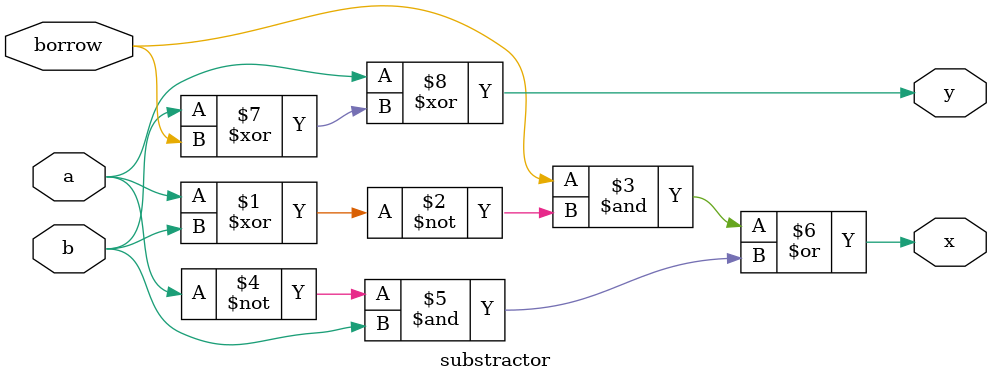
<source format=v>
module substractor (
    input a,
    input b,
    output x, 
    output y,
    input borrow
);
    assign x =  (borrow & ~(a ^ b)) | ((~(a)) & b);
    assign y = a ^ ( b ^ borrow);
endmodule

</source>
